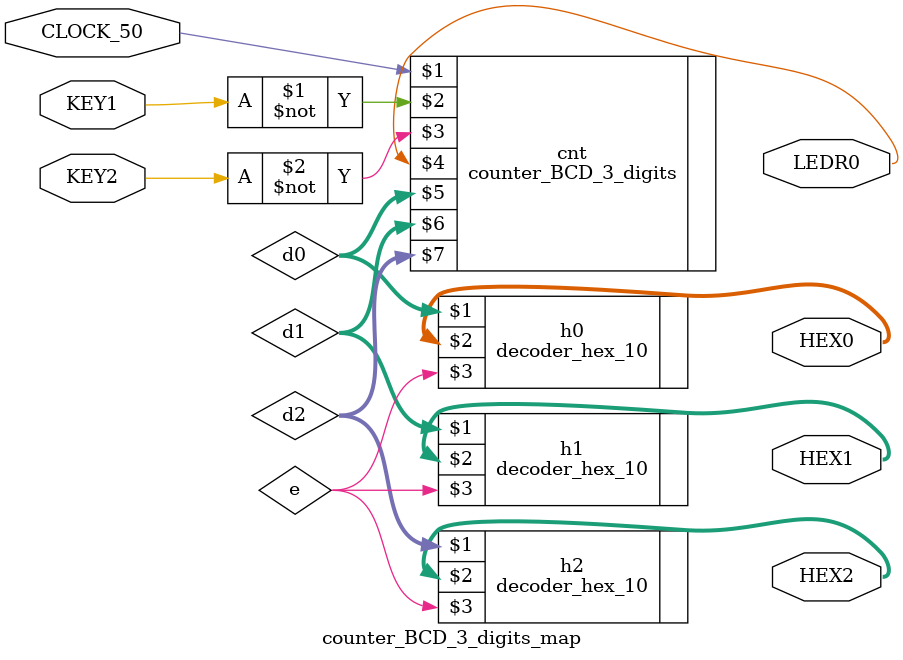
<source format=v>
module counter_BCD_3_digits_map(
	input CLOCK_50, KEY1, KEY2,
	output LEDR0,
	output [0:6] HEX0,
	output [0:6] HEX1,
	output [0:6] HEX2);

	wire [3:0] d0;
	wire [3:0] d1;
	wire [3:0] d2;
	counter_BCD_3_digits #(50000000) cnt(CLOCK_50, ~KEY1, ~KEY2, LEDR0, d0, d1, d2);
	
	wire e;
	decoder_hex_10 h0(d0, HEX0, e);
	decoder_hex_10 h1(d1, HEX1, e);
	decoder_hex_10 h2(d2, HEX2, e);
	
endmodule

</source>
